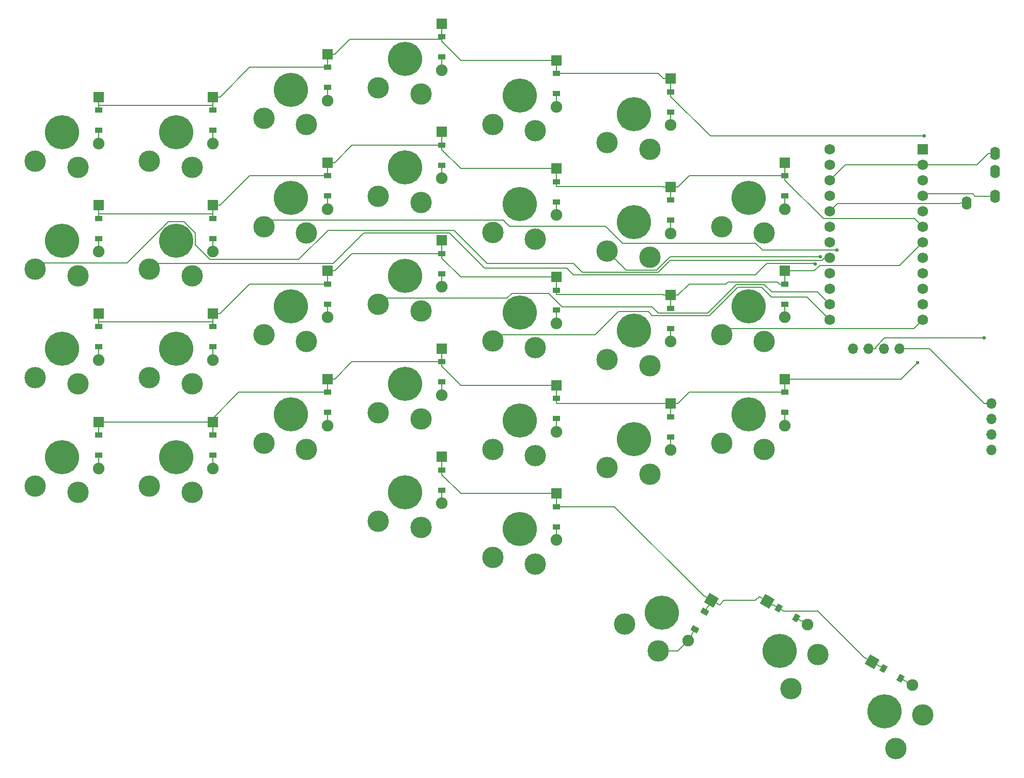
<source format=gbr>
%TF.GenerationSoftware,KiCad,Pcbnew,9.0.7*%
%TF.CreationDate,2026-01-28T22:46:33+01:00*%
%TF.ProjectId,board_left_finished,626f6172-645f-46c6-9566-745f66696e69,v1.0.0*%
%TF.SameCoordinates,Original*%
%TF.FileFunction,Copper,L1,Top*%
%TF.FilePolarity,Positive*%
%FSLAX46Y46*%
G04 Gerber Fmt 4.6, Leading zero omitted, Abs format (unit mm)*
G04 Created by KiCad (PCBNEW 9.0.7) date 2026-01-28 22:46:33*
%MOMM*%
%LPD*%
G01*
G04 APERTURE LIST*
G04 Aperture macros list*
%AMRotRect*
0 Rectangle, with rotation*
0 The origin of the aperture is its center*
0 $1 length*
0 $2 width*
0 $3 Rotation angle, in degrees counterclockwise*
0 Add horizontal line*
21,1,$1,$2,0,0,$3*%
G04 Aperture macros list end*
%TA.AperFunction,ComponentPad*%
%ADD10R,1.778000X1.778000*%
%TD*%
%TA.AperFunction,SMDPad,CuDef*%
%ADD11R,1.200000X0.900000*%
%TD*%
%TA.AperFunction,ComponentPad*%
%ADD12C,1.905000*%
%TD*%
%TA.AperFunction,ComponentPad*%
%ADD13O,1.700000X1.700000*%
%TD*%
%TA.AperFunction,ComponentPad*%
%ADD14RotRect,1.778000X1.778000X330.000000*%
%TD*%
%TA.AperFunction,SMDPad,CuDef*%
%ADD15RotRect,0.900000X1.200000X330.000000*%
%TD*%
%TA.AperFunction,ComponentPad*%
%ADD16RotRect,1.778000X1.778000X240.000000*%
%TD*%
%TA.AperFunction,SMDPad,CuDef*%
%ADD17RotRect,0.900000X1.200000X240.000000*%
%TD*%
%TA.AperFunction,ComponentPad*%
%ADD18R,1.752600X1.752600*%
%TD*%
%TA.AperFunction,ComponentPad*%
%ADD19C,1.752600*%
%TD*%
%TA.AperFunction,ComponentPad*%
%ADD20O,1.600000X2.200000*%
%TD*%
%TA.AperFunction,ComponentPad*%
%ADD21C,5.600000*%
%TD*%
%TA.AperFunction,ComponentPad*%
%ADD22C,3.500000*%
%TD*%
%TA.AperFunction,ViaPad*%
%ADD23C,0.600000*%
%TD*%
%TA.AperFunction,Conductor*%
%ADD24C,0.200000*%
%TD*%
G04 APERTURE END LIST*
D10*
%TO.P,D1,1*%
%TO.N,P18*%
X106000000Y-126440000D03*
D11*
X106000000Y-128600000D03*
%TO.P,D1,2*%
%TO.N,first_bottom*%
X106000000Y-131900000D03*
D12*
X106000000Y-134060000D03*
%TD*%
D10*
%TO.P,D10,1*%
%TO.N,P19*%
X143500000Y-101690000D03*
D11*
X143500000Y-103850000D03*
%TO.P,D10,2*%
%TO.N,third_home*%
X143500000Y-107150000D03*
D12*
X143500000Y-109310000D03*
%TD*%
D13*
%TO.P,I2COut,1*%
%TO.N,GND*%
X252300000Y-123440000D03*
%TO.P,I2COut,2*%
%TO.N,VCC*%
X252300000Y-125980000D03*
%TO.P,I2COut,3*%
%TO.N,P3*%
X252300000Y-128520000D03*
%TO.P,I2COut,4*%
%TO.N,P2*%
X252300000Y-131060000D03*
%TD*%
D10*
%TO.P,D8,1*%
%TO.N,P21*%
X124750000Y-73190000D03*
D11*
X124750000Y-75350000D03*
%TO.P,D8,2*%
%TO.N,second_num*%
X124750000Y-78650000D03*
D12*
X124750000Y-80810000D03*
%TD*%
D10*
%TO.P,D2,1*%
%TO.N,P19*%
X106000000Y-108690000D03*
D11*
X106000000Y-110850000D03*
%TO.P,D2,2*%
%TO.N,first_home*%
X106000000Y-114150000D03*
D12*
X106000000Y-116310000D03*
%TD*%
D10*
%TO.P,D18,1*%
%TO.N,P15*%
X181000000Y-138190000D03*
D11*
X181000000Y-140350000D03*
%TO.P,D18,2*%
%TO.N,fifth_mod*%
X181000000Y-143650000D03*
D12*
X181000000Y-145810000D03*
%TD*%
D14*
%TO.P,D32,1*%
%TO.N,P15*%
X232736043Y-165768200D03*
D15*
X234606658Y-166848200D03*
%TO.P,D32,2*%
%TO.N,big_thumb_cluster*%
X237464542Y-168498200D03*
D12*
X239335157Y-169578200D03*
%TD*%
D10*
%TO.P,D7,1*%
%TO.N,P20*%
X124750000Y-90940000D03*
D11*
X124750000Y-93100000D03*
%TO.P,D7,2*%
%TO.N,second_top*%
X124750000Y-96400000D03*
D12*
X124750000Y-98560000D03*
%TD*%
D10*
%TO.P,D28,1*%
%TO.N,P19*%
X218500000Y-101690000D03*
D11*
X218500000Y-103850000D03*
%TO.P,D28,2*%
%TO.N,seventh_home*%
X218500000Y-107150000D03*
D12*
X218500000Y-109310000D03*
%TD*%
D13*
%TO.P,DISP1,1*%
%TO.N,P2*%
X229645000Y-114450000D03*
%TO.P,DISP1,2*%
%TO.N,P3*%
X232185000Y-114450000D03*
%TO.P,DISP1,3*%
%TO.N,VCC*%
X234725000Y-114450000D03*
%TO.P,DISP1,4*%
%TO.N,GND*%
X237265000Y-114450000D03*
%TD*%
D10*
%TO.P,D13,1*%
%TO.N,P15*%
X162250000Y-132190000D03*
D11*
X162250000Y-134350000D03*
%TO.P,D13,2*%
%TO.N,fourth_mod*%
X162250000Y-137650000D03*
D12*
X162250000Y-139810000D03*
%TD*%
D16*
%TO.P,D30,1*%
%TO.N,P15*%
X206449200Y-155718343D03*
D17*
X205369200Y-157588958D03*
%TO.P,D30,2*%
%TO.N,small_thumb_cluster*%
X203719200Y-160446842D03*
D12*
X202639200Y-162317457D03*
%TD*%
D18*
%TO.P,MCU1,1*%
%TO.N,RAW*%
X241075000Y-81780000D03*
D19*
%TO.P,MCU1,2*%
%TO.N,GND*%
X241075000Y-84320000D03*
%TO.P,MCU1,3*%
%TO.N,RST*%
X241075000Y-86860000D03*
%TO.P,MCU1,4*%
%TO.N,VCC*%
X241075000Y-89400000D03*
%TO.P,MCU1,5*%
%TO.N,P21*%
X241075000Y-91940000D03*
%TO.P,MCU1,6*%
%TO.N,P20*%
X241075000Y-94480000D03*
%TO.P,MCU1,7*%
%TO.N,P19*%
X241075000Y-97020000D03*
%TO.P,MCU1,8*%
%TO.N,P18*%
X241075000Y-99560000D03*
%TO.P,MCU1,9*%
%TO.N,P15*%
X241075000Y-102100000D03*
%TO.P,MCU1,10*%
%TO.N,P14*%
X241075000Y-104640000D03*
%TO.P,MCU1,11*%
%TO.N,P16*%
X241075000Y-107180000D03*
%TO.P,MCU1,12*%
%TO.N,P10*%
X241075000Y-109720000D03*
%TO.P,MCU1,13*%
%TO.N,P1*%
X225835000Y-81780000D03*
%TO.P,MCU1,14*%
%TO.N,P0*%
X225835000Y-84320000D03*
%TO.P,MCU1,15*%
%TO.N,GND*%
X225835000Y-86860000D03*
%TO.P,MCU1,16*%
X225835000Y-89400000D03*
%TO.P,MCU1,17*%
%TO.N,P2*%
X225835000Y-91940000D03*
%TO.P,MCU1,18*%
%TO.N,P3*%
X225835000Y-94480000D03*
%TO.P,MCU1,19*%
%TO.N,P4*%
X225835000Y-97020000D03*
%TO.P,MCU1,20*%
%TO.N,P5*%
X225835000Y-99560000D03*
%TO.P,MCU1,21*%
%TO.N,P6*%
X225835000Y-102100000D03*
%TO.P,MCU1,22*%
%TO.N,P7*%
X225835000Y-104640000D03*
%TO.P,MCU1,23*%
%TO.N,P8*%
X225835000Y-107180000D03*
%TO.P,MCU1,24*%
%TO.N,P9*%
X225835000Y-109720000D03*
%TD*%
D10*
%TO.P,D17,1*%
%TO.N,P21*%
X162250000Y-61190000D03*
D11*
X162250000Y-63350000D03*
%TO.P,D17,2*%
%TO.N,fourth_num*%
X162250000Y-66650000D03*
D12*
X162250000Y-68810000D03*
%TD*%
D10*
%TO.P,D22,1*%
%TO.N,P21*%
X181000000Y-67190000D03*
D11*
X181000000Y-69350000D03*
%TO.P,D22,2*%
%TO.N,fifth_num*%
X181000000Y-72650000D03*
D12*
X181000000Y-74810000D03*
%TD*%
D10*
%TO.P,D27,1*%
%TO.N,P18*%
X218500000Y-119440000D03*
D11*
X218500000Y-121600000D03*
%TO.P,D27,2*%
%TO.N,seventh_bottom*%
X218500000Y-124900000D03*
D12*
X218500000Y-127060000D03*
%TD*%
D10*
%TO.P,D5,1*%
%TO.N,P18*%
X124750000Y-126440000D03*
D11*
X124750000Y-128600000D03*
%TO.P,D5,2*%
%TO.N,second_bottom*%
X124750000Y-131900000D03*
D12*
X124750000Y-134060000D03*
%TD*%
D10*
%TO.P,D3,1*%
%TO.N,P20*%
X106000000Y-90940000D03*
D11*
X106000000Y-93100000D03*
%TO.P,D3,2*%
%TO.N,first_top*%
X106000000Y-96400000D03*
D12*
X106000000Y-98560000D03*
%TD*%
D10*
%TO.P,D15,1*%
%TO.N,P19*%
X162250000Y-96690000D03*
D11*
X162250000Y-98850000D03*
%TO.P,D15,2*%
%TO.N,fourth_home*%
X162250000Y-102150000D03*
D12*
X162250000Y-104310000D03*
%TD*%
D20*
%TO.P,TRRS1,2*%
%TO.N,GND*%
X252900000Y-82450000D03*
%TO.P,TRRS1,3*%
%TO.N,P3*%
X252900000Y-85450000D03*
%TO.P,TRRS1,4*%
%TO.N,VCC*%
X252900000Y-89450000D03*
%TO.P,TRRS1,5*%
%TO.N,P2*%
X248300000Y-90550000D03*
%TD*%
D10*
%TO.P,D20,1*%
%TO.N,P19*%
X181000000Y-102690000D03*
D11*
X181000000Y-104850000D03*
%TO.P,D20,2*%
%TO.N,fifth_home*%
X181000000Y-108150000D03*
D12*
X181000000Y-110310000D03*
%TD*%
D10*
%TO.P,D16,1*%
%TO.N,P20*%
X162250000Y-78940000D03*
D11*
X162250000Y-81100000D03*
%TO.P,D16,2*%
%TO.N,fourth_top*%
X162250000Y-84400000D03*
D12*
X162250000Y-86560000D03*
%TD*%
D10*
%TO.P,D9,1*%
%TO.N,P18*%
X143500000Y-119440000D03*
D11*
X143500000Y-121600000D03*
%TO.P,D9,2*%
%TO.N,third_bottom*%
X143500000Y-124900000D03*
D12*
X143500000Y-127060000D03*
%TD*%
D10*
%TO.P,D4,1*%
%TO.N,P21*%
X106000000Y-73190000D03*
D11*
X106000000Y-75350000D03*
%TO.P,D4,2*%
%TO.N,first_num*%
X106000000Y-78650000D03*
D12*
X106000000Y-80810000D03*
%TD*%
D10*
%TO.P,D19,1*%
%TO.N,P18*%
X181000000Y-120440000D03*
D11*
X181000000Y-122600000D03*
%TO.P,D19,2*%
%TO.N,fifth_bottom*%
X181000000Y-125900000D03*
D12*
X181000000Y-128060000D03*
%TD*%
D10*
%TO.P,D11,1*%
%TO.N,P20*%
X143500000Y-83940000D03*
D11*
X143500000Y-86100000D03*
%TO.P,D11,2*%
%TO.N,third_top*%
X143500000Y-89400000D03*
D12*
X143500000Y-91560000D03*
%TD*%
D10*
%TO.P,D21,1*%
%TO.N,P20*%
X181000000Y-84940000D03*
D11*
X181000000Y-87100000D03*
%TO.P,D21,2*%
%TO.N,fifth_top*%
X181000000Y-90400000D03*
D12*
X181000000Y-92560000D03*
%TD*%
D10*
%TO.P,D29,1*%
%TO.N,P20*%
X218500000Y-83940000D03*
D11*
X218500000Y-86100000D03*
%TO.P,D29,2*%
%TO.N,seventh_top*%
X218500000Y-89400000D03*
D12*
X218500000Y-91560000D03*
%TD*%
D10*
%TO.P,D24,1*%
%TO.N,P19*%
X199750000Y-105690000D03*
D11*
X199750000Y-107850000D03*
%TO.P,D24,2*%
%TO.N,sixth_home*%
X199750000Y-111150000D03*
D12*
X199750000Y-113310000D03*
%TD*%
D10*
%TO.P,D6,1*%
%TO.N,P19*%
X124750000Y-108690000D03*
D11*
X124750000Y-110850000D03*
%TO.P,D6,2*%
%TO.N,second_home*%
X124750000Y-114150000D03*
D12*
X124750000Y-116310000D03*
%TD*%
D10*
%TO.P,D26,1*%
%TO.N,P21*%
X199750000Y-70190000D03*
D11*
X199750000Y-72350000D03*
%TO.P,D26,2*%
%TO.N,sixth_num*%
X199750000Y-75650000D03*
D12*
X199750000Y-77810000D03*
%TD*%
D10*
%TO.P,D23,1*%
%TO.N,P18*%
X199750000Y-123440000D03*
D11*
X199750000Y-125600000D03*
%TO.P,D23,2*%
%TO.N,sixth_bottom*%
X199750000Y-128900000D03*
D12*
X199750000Y-131060000D03*
%TD*%
D10*
%TO.P,D25,1*%
%TO.N,P20*%
X199750000Y-87940000D03*
D11*
X199750000Y-90100000D03*
%TO.P,D25,2*%
%TO.N,sixth_top*%
X199750000Y-93400000D03*
D12*
X199750000Y-95560000D03*
%TD*%
D10*
%TO.P,D12,1*%
%TO.N,P21*%
X143500000Y-66190000D03*
D11*
X143500000Y-68350000D03*
%TO.P,D12,2*%
%TO.N,third_num*%
X143500000Y-71650000D03*
D12*
X143500000Y-73810000D03*
%TD*%
D14*
%TO.P,D31,1*%
%TO.N,P15*%
X215588743Y-155868200D03*
D15*
X217459358Y-156948200D03*
%TO.P,D31,2*%
%TO.N,medium_thumb_cluster*%
X220317242Y-158598200D03*
D12*
X222187857Y-159678200D03*
%TD*%
D10*
%TO.P,D14,1*%
%TO.N,P18*%
X162250000Y-114440000D03*
D11*
X162250000Y-116600000D03*
%TO.P,D14,2*%
%TO.N,fourth_bottom*%
X162250000Y-119900000D03*
D12*
X162250000Y-122060000D03*
%TD*%
D21*
%TO.P,S29,*%
%TO.N,*%
X212500000Y-89750000D03*
D22*
%TO.P,S29,1*%
%TO.N,P10*%
X208100000Y-94450000D03*
%TO.P,S29,2*%
%TO.N,seventh_top*%
X215100000Y-95500000D03*
%TD*%
D21*
%TO.P,S18,*%
%TO.N,*%
X175000000Y-144000000D03*
D22*
%TO.P,S18,1*%
%TO.N,P9*%
X170600000Y-148700000D03*
%TO.P,S18,2*%
%TO.N,fifth_mod*%
X177600000Y-149750000D03*
%TD*%
D21*
%TO.P,S31,*%
%TO.N,*%
X217620400Y-163969400D03*
D22*
%TO.P,S31,1*%
%TO.N,P10*%
X219490719Y-170129912D03*
%TO.P,S31,2*%
%TO.N,medium_thumb_cluster*%
X223900046Y-164592734D03*
%TD*%
D21*
%TO.P,S4,*%
%TO.N,*%
X100000000Y-79000000D03*
D22*
%TO.P,S4,1*%
%TO.N,P5*%
X95600000Y-83700000D03*
%TO.P,S4,2*%
%TO.N,first_num*%
X102600000Y-84750000D03*
%TD*%
D21*
%TO.P,S9,*%
%TO.N,*%
X137500000Y-125250000D03*
D22*
%TO.P,S9,1*%
%TO.N,P7*%
X133100000Y-129950000D03*
%TO.P,S9,2*%
%TO.N,third_bottom*%
X140100000Y-131000000D03*
%TD*%
D21*
%TO.P,S22,*%
%TO.N,*%
X175000000Y-73000000D03*
D22*
%TO.P,S22,1*%
%TO.N,P9*%
X170600000Y-77700000D03*
%TO.P,S22,2*%
%TO.N,fifth_num*%
X177600000Y-78750000D03*
%TD*%
D21*
%TO.P,S10,*%
%TO.N,*%
X137500000Y-107500000D03*
D22*
%TO.P,S10,1*%
%TO.N,P7*%
X133100000Y-112200000D03*
%TO.P,S10,2*%
%TO.N,third_home*%
X140100000Y-113250000D03*
%TD*%
D21*
%TO.P,S24,*%
%TO.N,*%
X193750000Y-111500000D03*
D22*
%TO.P,S24,1*%
%TO.N,P4*%
X189350000Y-116200000D03*
%TO.P,S24,2*%
%TO.N,sixth_home*%
X196350000Y-117250000D03*
%TD*%
D21*
%TO.P,S20,*%
%TO.N,*%
X175000000Y-108500000D03*
D22*
%TO.P,S20,1*%
%TO.N,P9*%
X170600000Y-113200000D03*
%TO.P,S20,2*%
%TO.N,fifth_home*%
X177600000Y-114250000D03*
%TD*%
D21*
%TO.P,S7,*%
%TO.N,*%
X118750000Y-96750000D03*
D22*
%TO.P,S7,1*%
%TO.N,P6*%
X114350000Y-101450000D03*
%TO.P,S7,2*%
%TO.N,second_top*%
X121350000Y-102500000D03*
%TD*%
D21*
%TO.P,S8,*%
%TO.N,*%
X118750000Y-79000000D03*
D22*
%TO.P,S8,1*%
%TO.N,P6*%
X114350000Y-83700000D03*
%TO.P,S8,2*%
%TO.N,second_num*%
X121350000Y-84750000D03*
%TD*%
D21*
%TO.P,S25,*%
%TO.N,*%
X193750000Y-93750000D03*
D22*
%TO.P,S25,1*%
%TO.N,P4*%
X189350000Y-98450000D03*
%TO.P,S25,2*%
%TO.N,sixth_top*%
X196350000Y-99500000D03*
%TD*%
D21*
%TO.P,S26,*%
%TO.N,*%
X193750000Y-76000000D03*
D22*
%TO.P,S26,1*%
%TO.N,P4*%
X189350000Y-80700000D03*
%TO.P,S26,2*%
%TO.N,sixth_num*%
X196350000Y-81750000D03*
%TD*%
D21*
%TO.P,S15,*%
%TO.N,*%
X156250000Y-102500000D03*
D22*
%TO.P,S15,1*%
%TO.N,P8*%
X151850000Y-107200000D03*
%TO.P,S15,2*%
%TO.N,fourth_home*%
X158850000Y-108250000D03*
%TD*%
D21*
%TO.P,S12,*%
%TO.N,*%
X137500000Y-72000000D03*
D22*
%TO.P,S12,1*%
%TO.N,P7*%
X133100000Y-76700000D03*
%TO.P,S12,2*%
%TO.N,third_num*%
X140100000Y-77750000D03*
%TD*%
D21*
%TO.P,S21,*%
%TO.N,*%
X175000000Y-90750000D03*
D22*
%TO.P,S21,1*%
%TO.N,P9*%
X170600000Y-95450000D03*
%TO.P,S21,2*%
%TO.N,fifth_top*%
X177600000Y-96500000D03*
%TD*%
D21*
%TO.P,S28,*%
%TO.N,*%
X212500000Y-107500000D03*
D22*
%TO.P,S28,1*%
%TO.N,P10*%
X208100000Y-112200000D03*
%TO.P,S28,2*%
%TO.N,seventh_home*%
X215100000Y-113250000D03*
%TD*%
D21*
%TO.P,S17,*%
%TO.N,*%
X156250000Y-67000000D03*
D22*
%TO.P,S17,1*%
%TO.N,P8*%
X151850000Y-71700000D03*
%TO.P,S17,2*%
%TO.N,fourth_num*%
X158850000Y-72750000D03*
%TD*%
D21*
%TO.P,S1,*%
%TO.N,*%
X100000000Y-132250000D03*
D22*
%TO.P,S1,1*%
%TO.N,P5*%
X95600000Y-136950000D03*
%TO.P,S1,2*%
%TO.N,first_bottom*%
X102600000Y-138000000D03*
%TD*%
D21*
%TO.P,S14,*%
%TO.N,*%
X156250000Y-120250000D03*
D22*
%TO.P,S14,1*%
%TO.N,P8*%
X151850000Y-124950000D03*
%TO.P,S14,2*%
%TO.N,fourth_bottom*%
X158850000Y-126000000D03*
%TD*%
D21*
%TO.P,S19,*%
%TO.N,*%
X175000000Y-126250000D03*
D22*
%TO.P,S19,1*%
%TO.N,P9*%
X170600000Y-130950000D03*
%TO.P,S19,2*%
%TO.N,fifth_bottom*%
X177600000Y-132000000D03*
%TD*%
D21*
%TO.P,S5,*%
%TO.N,*%
X118750000Y-132250000D03*
D22*
%TO.P,S5,1*%
%TO.N,P6*%
X114350000Y-136950000D03*
%TO.P,S5,2*%
%TO.N,second_bottom*%
X121350000Y-138000000D03*
%TD*%
D21*
%TO.P,S11,*%
%TO.N,*%
X137500000Y-89750000D03*
D22*
%TO.P,S11,1*%
%TO.N,P7*%
X133100000Y-94450000D03*
%TO.P,S11,2*%
%TO.N,third_top*%
X140100000Y-95500000D03*
%TD*%
D21*
%TO.P,S13,*%
%TO.N,*%
X156250000Y-138000000D03*
D22*
%TO.P,S13,1*%
%TO.N,P8*%
X151850000Y-142700000D03*
%TO.P,S13,2*%
%TO.N,fourth_mod*%
X158850000Y-143750000D03*
%TD*%
D21*
%TO.P,S3,*%
%TO.N,*%
X100000000Y-96750000D03*
D22*
%TO.P,S3,1*%
%TO.N,P5*%
X95600000Y-101450000D03*
%TO.P,S3,2*%
%TO.N,first_top*%
X102600000Y-102500000D03*
%TD*%
D21*
%TO.P,S6,*%
%TO.N,*%
X118750000Y-114500000D03*
D22*
%TO.P,S6,1*%
%TO.N,P6*%
X114350000Y-119200000D03*
%TO.P,S6,2*%
%TO.N,second_home*%
X121350000Y-120250000D03*
%TD*%
D21*
%TO.P,S27,*%
%TO.N,*%
X212500000Y-125250000D03*
D22*
%TO.P,S27,1*%
%TO.N,P10*%
X208100000Y-129950000D03*
%TO.P,S27,2*%
%TO.N,seventh_bottom*%
X215100000Y-131000000D03*
%TD*%
D21*
%TO.P,S32,*%
%TO.N,*%
X234767700Y-173869400D03*
D22*
%TO.P,S32,1*%
%TO.N,P7*%
X236638019Y-180029912D03*
%TO.P,S32,2*%
%TO.N,big_thumb_cluster*%
X241047346Y-174492734D03*
%TD*%
D21*
%TO.P,S2,*%
%TO.N,*%
X100000000Y-114500000D03*
D22*
%TO.P,S2,1*%
%TO.N,P5*%
X95600000Y-119200000D03*
%TO.P,S2,2*%
%TO.N,first_home*%
X102600000Y-120250000D03*
%TD*%
D21*
%TO.P,S30,*%
%TO.N,*%
X198348100Y-157750000D03*
D22*
%TO.P,S30,1*%
%TO.N,P4*%
X192187588Y-159620319D03*
%TO.P,S30,2*%
%TO.N,small_thumb_cluster*%
X197724766Y-164029646D03*
%TD*%
D21*
%TO.P,S16,*%
%TO.N,*%
X156250000Y-84750000D03*
D22*
%TO.P,S16,1*%
%TO.N,P8*%
X151850000Y-89450000D03*
%TO.P,S16,2*%
%TO.N,fourth_top*%
X158850000Y-90500000D03*
%TD*%
D21*
%TO.P,S23,*%
%TO.N,*%
X193750000Y-129250000D03*
D22*
%TO.P,S23,1*%
%TO.N,P4*%
X189350000Y-133950000D03*
%TO.P,S23,2*%
%TO.N,sixth_bottom*%
X196350000Y-135000000D03*
%TD*%
D23*
%TO.N,P6*%
X223420500Y-100582300D03*
%TO.N,P7*%
X227000300Y-98290000D03*
%TO.N,P4*%
X224304300Y-99358700D03*
%TO.N,P18*%
X240254900Y-116738000D03*
%TO.N,P21*%
X241281800Y-79613800D03*
%TO.N,P3*%
X251137500Y-112714700D03*
%TD*%
D24*
%TO.N,P5*%
X164250900Y-95044800D02*
X143605300Y-95044800D01*
X197704500Y-101956300D02*
X185307800Y-101956300D01*
X224552300Y-99961600D02*
X199699200Y-99961600D01*
X143605300Y-95044800D02*
X138798300Y-99851800D01*
X117465300Y-93648300D02*
X110670100Y-100443500D01*
X121851700Y-95465200D02*
X120034800Y-93648300D01*
X224953800Y-99560100D02*
X224552300Y-99961600D01*
X138798300Y-99851800D02*
X124228500Y-99851800D01*
X169660100Y-100454000D02*
X164250900Y-95044800D01*
X225835000Y-99560000D02*
X224953800Y-99560000D01*
X183805500Y-100454000D02*
X169660100Y-100454000D01*
X185307800Y-101956300D02*
X183805500Y-100454000D01*
X120034800Y-93648300D02*
X117465300Y-93648300D01*
X199699200Y-99961600D02*
X197704500Y-101956300D01*
X121851700Y-97475000D02*
X121851700Y-95465200D01*
X96606500Y-100443500D02*
X95600000Y-101450000D01*
X110670100Y-100443500D02*
X96606500Y-100443500D01*
X124228500Y-99851800D02*
X121851700Y-97475000D01*
X224953800Y-99560000D02*
X224953800Y-99560100D01*
%TO.N,first_bottom*%
X106000000Y-131900000D02*
X106000000Y-134060000D01*
%TO.N,GND*%
X241075000Y-84320000D02*
X249928300Y-84320000D01*
X252300000Y-123440000D02*
X251148300Y-123440000D01*
X225835000Y-86860000D02*
X228375000Y-84320000D01*
X237265000Y-114450000D02*
X238416700Y-114450000D01*
X249928300Y-84320000D02*
X251798300Y-82450000D01*
X252900000Y-82450000D02*
X251798300Y-82450000D01*
X242158300Y-114450000D02*
X238416700Y-114450000D01*
X251148300Y-123440000D02*
X242158300Y-114450000D01*
X228375000Y-84320000D02*
X241075000Y-84320000D01*
%TO.N,first_home*%
X106000000Y-114150000D02*
X106000000Y-116310000D01*
%TO.N,first_top*%
X106000000Y-96400000D02*
X106000000Y-98560000D01*
%TO.N,first_num*%
X106000000Y-80810000D02*
X106000000Y-78650000D01*
%TO.N,P6*%
X114350000Y-101450000D02*
X115351700Y-100448300D01*
X223503500Y-100582300D02*
X223420500Y-100582300D01*
X182742200Y-101255900D02*
X183853500Y-102367200D01*
X183853500Y-102367200D02*
X213657600Y-102367200D01*
X215525500Y-100499300D02*
X223337500Y-100499300D01*
X169305900Y-101255900D02*
X182742200Y-101255900D01*
X163549300Y-95499300D02*
X169305900Y-101255900D01*
X149442200Y-95499300D02*
X163549300Y-95499300D01*
X223420500Y-100582300D02*
X223503500Y-100582300D01*
X144493200Y-100448300D02*
X149442200Y-95499300D01*
X213657600Y-102367200D02*
X215525500Y-100499300D01*
X115351700Y-100448300D02*
X144493200Y-100448300D01*
X223337500Y-100499300D02*
X223420500Y-100582300D01*
%TO.N,second_bottom*%
X124750000Y-131900000D02*
X124750000Y-134060000D01*
%TO.N,second_home*%
X124750000Y-116310000D02*
X124750000Y-114150000D01*
%TO.N,second_top*%
X124750000Y-96400000D02*
X124750000Y-98560000D01*
%TO.N,second_num*%
X124750000Y-78650000D02*
X124750000Y-80810000D01*
%TO.N,P7*%
X213665900Y-97159500D02*
X214796400Y-98290000D01*
X173340100Y-94372300D02*
X189090100Y-94372300D01*
X134177100Y-93372900D02*
X172340700Y-93372900D01*
X133100000Y-94450000D02*
X134177100Y-93372900D01*
X191877300Y-97159500D02*
X213665900Y-97159500D01*
X189090100Y-94372300D02*
X191877300Y-97159500D01*
X172340700Y-93372900D02*
X173340100Y-94372300D01*
X214796400Y-98290000D02*
X227000300Y-98290000D01*
%TO.N,third_bottom*%
X143500000Y-124900000D02*
X143500000Y-127060000D01*
%TO.N,third_home*%
X143500000Y-107150000D02*
X143500000Y-109310000D01*
%TO.N,third_top*%
X143500000Y-89400000D02*
X143500000Y-91560000D01*
%TO.N,third_num*%
X143500000Y-71650000D02*
X143500000Y-73810000D01*
%TO.N,P8*%
X210538700Y-103949800D02*
X215095000Y-103949800D01*
X205886800Y-108601700D02*
X210538700Y-103949800D01*
X215095000Y-103949800D02*
X216302900Y-105157700D01*
X152856500Y-106193500D02*
X172897700Y-106193500D01*
X172897700Y-106193500D02*
X173726200Y-105365000D01*
X151850000Y-107200000D02*
X152856500Y-106193500D01*
X197738200Y-108601700D02*
X205886800Y-108601700D01*
X216302900Y-105157700D02*
X223812700Y-105157700D01*
X173726200Y-105365000D02*
X179738900Y-105365000D01*
X223812700Y-105157700D02*
X225835000Y-107180000D01*
X181980500Y-107606600D02*
X196743100Y-107606600D01*
X196743100Y-107606600D02*
X197738200Y-108601700D01*
X179738900Y-105365000D02*
X181980500Y-107606600D01*
%TO.N,fourth_mod*%
X162250000Y-137650000D02*
X162250000Y-139810000D01*
%TO.N,fourth_bottom*%
X162250000Y-119900000D02*
X162250000Y-122060000D01*
%TO.N,fourth_home*%
X162250000Y-102150000D02*
X162250000Y-104310000D01*
%TO.N,fourth_top*%
X162250000Y-84400000D02*
X162250000Y-86560000D01*
%TO.N,fourth_num*%
X162250000Y-66650000D02*
X162250000Y-68810000D01*
%TO.N,P9*%
X222113700Y-105998700D02*
X225835000Y-109720000D01*
X191178700Y-108396300D02*
X196078300Y-108396300D01*
X187391400Y-112183600D02*
X191178700Y-108396300D01*
X170600000Y-113200000D02*
X171616400Y-112183600D01*
X210733100Y-104394100D02*
X214638300Y-104394100D01*
X196685400Y-109003400D02*
X206123800Y-109003400D01*
X216242900Y-105998700D02*
X222113700Y-105998700D01*
X206123800Y-109003400D02*
X210733100Y-104394100D01*
X214638300Y-104394100D02*
X216242900Y-105998700D01*
X196078300Y-108396300D02*
X196685400Y-109003400D01*
X171616400Y-112183600D02*
X187391400Y-112183600D01*
%TO.N,fifth_mod*%
X181000000Y-143650000D02*
X181000000Y-145810000D01*
%TO.N,fifth_bottom*%
X181000000Y-125900000D02*
X181000000Y-128060000D01*
%TO.N,fifth_home*%
X181000000Y-110310000D02*
X181000000Y-108150000D01*
%TO.N,fifth_top*%
X181000000Y-90400000D02*
X181000000Y-92560000D01*
%TO.N,fifth_num*%
X181000000Y-72650000D02*
X181000000Y-74810000D01*
%TO.N,P4*%
X197439800Y-101553100D02*
X192453100Y-101553100D01*
X199634200Y-99358700D02*
X197439800Y-101553100D01*
X192453100Y-101553100D02*
X189350000Y-98450000D01*
X224304300Y-99358700D02*
X199634200Y-99358700D01*
%TO.N,sixth_bottom*%
X199750000Y-128900000D02*
X199750000Y-131060000D01*
%TO.N,sixth_home*%
X199750000Y-111150000D02*
X199750000Y-113310000D01*
%TO.N,sixth_top*%
X199750000Y-93400000D02*
X199750000Y-95560000D01*
%TO.N,sixth_num*%
X199750000Y-75650000D02*
X199750000Y-77810000D01*
%TO.N,P10*%
X208100000Y-112200000D02*
X209157500Y-111142500D01*
X209157500Y-111142500D02*
X239652500Y-111142500D01*
X239652500Y-111142500D02*
X241075000Y-109720000D01*
%TO.N,seventh_bottom*%
X218500000Y-124900000D02*
X218500000Y-127060000D01*
%TO.N,seventh_home*%
X218500000Y-107150000D02*
X218500000Y-109310000D01*
%TO.N,seventh_top*%
X218500000Y-89400000D02*
X218500000Y-91560000D01*
%TO.N,small_thumb_cluster*%
X197724800Y-164029600D02*
X200927100Y-164029600D01*
X203222500Y-161307100D02*
X203222500Y-161734200D01*
X203222500Y-161734200D02*
X202639200Y-162317500D01*
X203719200Y-160446800D02*
X203222500Y-161307100D01*
X200927100Y-164029600D02*
X202639200Y-162317500D01*
%TO.N,medium_thumb_cluster*%
X220317200Y-158598200D02*
X221177500Y-159094900D01*
X221177500Y-159094900D02*
X221604600Y-159094900D01*
X221604600Y-159094900D02*
X222187900Y-159678200D01*
%TO.N,big_thumb_cluster*%
X239335200Y-169578200D02*
X238908100Y-169578200D01*
X237464500Y-168498200D02*
X238324800Y-168994900D01*
X238908100Y-169578200D02*
X238324800Y-168994900D01*
%TO.N,P18*%
X124154700Y-126440000D02*
X123559300Y-126440000D01*
X106000000Y-128600000D02*
X106000000Y-126440000D01*
X162250000Y-116600000D02*
X162250000Y-114440000D01*
X240254900Y-116738000D02*
X237552900Y-119440000D01*
X237552900Y-119440000D02*
X218500000Y-119440000D01*
X124750000Y-126440000D02*
X124154700Y-126440000D01*
X165338300Y-120440000D02*
X162250000Y-117351700D01*
X124154700Y-126440000D02*
X128994700Y-121600000D01*
X199750000Y-123440000D02*
X181088300Y-123440000D01*
X144690700Y-119440000D02*
X147530700Y-116600000D01*
X199750000Y-123440000D02*
X200940700Y-123440000D01*
X181000000Y-120440000D02*
X165338300Y-120440000D01*
X181000000Y-122600000D02*
X181000000Y-120440000D01*
X124750000Y-128600000D02*
X124750000Y-126440000D01*
X200940700Y-123440000D02*
X202780700Y-121600000D01*
X162250000Y-116600000D02*
X162250000Y-117351700D01*
X202780700Y-121600000D02*
X218500000Y-121600000D01*
X143500000Y-119440000D02*
X144690700Y-119440000D01*
X106000000Y-126440000D02*
X123559300Y-126440000D01*
X147530700Y-116600000D02*
X162250000Y-116600000D01*
X218500000Y-119440000D02*
X218500000Y-121600000D01*
X143500000Y-121600000D02*
X143500000Y-119440000D01*
X128994700Y-121600000D02*
X143500000Y-121600000D01*
X181088300Y-123440000D02*
X181000000Y-123351700D01*
X199750000Y-125600000D02*
X199750000Y-123440000D01*
X181000000Y-122600000D02*
X181000000Y-123351700D01*
%TO.N,P19*%
X218500000Y-101690000D02*
X219690700Y-101690000D01*
X237265000Y-100830000D02*
X241075000Y-97020000D01*
X181000000Y-104850000D02*
X181000000Y-102690000D01*
X106000000Y-110098300D02*
X106000000Y-108690000D01*
X143500000Y-103850000D02*
X143500000Y-101690000D01*
X219690700Y-101690000D02*
X223329600Y-101690000D01*
X124750000Y-108690000D02*
X125940700Y-108690000D01*
X147530700Y-98850000D02*
X162250000Y-98850000D01*
X143500000Y-101690000D02*
X144690700Y-101690000D01*
X218500000Y-103850000D02*
X217598300Y-103850000D01*
X144690700Y-101690000D02*
X147530700Y-98850000D01*
X217598300Y-103850000D02*
X217253900Y-103505600D01*
X198559300Y-105690000D02*
X198471000Y-105601700D01*
X125940700Y-108690000D02*
X130780700Y-103850000D01*
X124750000Y-110098300D02*
X106000000Y-110098300D01*
X124750000Y-110850000D02*
X124750000Y-110098300D01*
X106000000Y-110850000D02*
X106000000Y-110098300D01*
X198471000Y-105601700D02*
X181000000Y-105601700D01*
X224189600Y-100830000D02*
X237265000Y-100830000D01*
X202782200Y-103848500D02*
X200940700Y-105690000D01*
X162250000Y-96690000D02*
X162250000Y-98850000D01*
X199750000Y-107850000D02*
X199750000Y-105690000D01*
X209132400Y-103505600D02*
X208954300Y-103683700D01*
X208789500Y-103848500D02*
X202782200Y-103848500D01*
X208954300Y-103683700D02*
X208789500Y-103848500D01*
X208954300Y-103683700D02*
X208789500Y-103848500D01*
X130780700Y-103850000D02*
X143500000Y-103850000D01*
X218500000Y-103850000D02*
X218500000Y-101690000D01*
X199750000Y-105690000D02*
X198559300Y-105690000D01*
X181000000Y-104850000D02*
X181000000Y-105601700D01*
X223329600Y-101690000D02*
X224189600Y-100830000D01*
X199750000Y-105690000D02*
X200940700Y-105690000D01*
X165338300Y-102690000D02*
X162250000Y-99601700D01*
X162250000Y-98850000D02*
X162250000Y-99601700D01*
X217253900Y-103505600D02*
X209132400Y-103505600D01*
X124750000Y-110098300D02*
X124750000Y-108690000D01*
X181000000Y-102690000D02*
X165338300Y-102690000D01*
%TO.N,P20*%
X181000000Y-84940000D02*
X181000000Y-87100000D01*
X199750000Y-90100000D02*
X199750000Y-87940000D01*
X218500000Y-86100000D02*
X218500000Y-83940000D01*
X200940700Y-87940000D02*
X202780700Y-86100000D01*
X143500000Y-86100000D02*
X143500000Y-83940000D01*
X181000000Y-84940000D02*
X165338300Y-84940000D01*
X124750000Y-90940000D02*
X125940700Y-90940000D01*
X199750000Y-87940000D02*
X200940700Y-87940000D01*
X241075000Y-94480000D02*
X239744800Y-93149800D01*
X181000000Y-87851700D02*
X198471000Y-87851700D01*
X162250000Y-81100000D02*
X162250000Y-78940000D01*
X165338300Y-84940000D02*
X162250000Y-81851700D01*
X162250000Y-81100000D02*
X147530700Y-81100000D01*
X224798100Y-93149800D02*
X218500000Y-86851700D01*
X125940700Y-90940000D02*
X130780700Y-86100000D01*
X239744800Y-93149800D02*
X224798100Y-93149800D01*
X218500000Y-86100000D02*
X218500000Y-86851700D01*
X147530700Y-81100000D02*
X144690700Y-83940000D01*
X143500000Y-83940000D02*
X144690700Y-83940000D01*
X124750000Y-90940000D02*
X124750000Y-92348300D01*
X106000000Y-93100000D02*
X106000000Y-92348300D01*
X181000000Y-87100000D02*
X181000000Y-87851700D01*
X106000000Y-92348300D02*
X106000000Y-90940000D01*
X202780700Y-86100000D02*
X218500000Y-86100000D01*
X199750000Y-87940000D02*
X198559300Y-87940000D01*
X124750000Y-93100000D02*
X124750000Y-92348300D01*
X130780700Y-86100000D02*
X143500000Y-86100000D01*
X106000000Y-92348300D02*
X124750000Y-92348300D01*
X198471000Y-87851700D02*
X198559300Y-87940000D01*
X162250000Y-81100000D02*
X162250000Y-81851700D01*
%TO.N,P21*%
X199750000Y-72350000D02*
X199750000Y-73101700D01*
X125940700Y-73190000D02*
X130780700Y-68350000D01*
X130780700Y-68350000D02*
X143500000Y-68350000D01*
X124750000Y-73190000D02*
X125940700Y-73190000D01*
X124750000Y-75350000D02*
X124750000Y-74598300D01*
X181000000Y-67190000D02*
X165338300Y-67190000D01*
X106000000Y-74598300D02*
X106000000Y-73190000D01*
X162250000Y-63725000D02*
X162250000Y-64101700D01*
X199750000Y-70190000D02*
X199154700Y-70190000D01*
X162250000Y-63725000D02*
X147155700Y-63725000D01*
X197719300Y-69350000D02*
X198559300Y-70190000D01*
X143500000Y-66190000D02*
X143500000Y-68350000D01*
X143500000Y-66190000D02*
X144690700Y-66190000D01*
X181000000Y-69350000D02*
X181000000Y-67190000D01*
X124750000Y-74598300D02*
X124750000Y-73190000D01*
X106000000Y-75350000D02*
X106000000Y-74598300D01*
X199154700Y-70190000D02*
X198559300Y-70190000D01*
X241281800Y-79613800D02*
X206262100Y-79613800D01*
X147155700Y-63725000D02*
X144690700Y-66190000D01*
X162250000Y-63350000D02*
X162250000Y-63725000D01*
X199154700Y-70190000D02*
X199750000Y-70785300D01*
X162250000Y-63350000D02*
X162250000Y-61190000D01*
X206262100Y-79613800D02*
X199750000Y-73101700D01*
X199750000Y-70785300D02*
X199750000Y-72350000D01*
X181000000Y-69350000D02*
X197719300Y-69350000D01*
X106000000Y-74598300D02*
X124750000Y-74598300D01*
X165338300Y-67190000D02*
X162250000Y-64101700D01*
%TO.N,P15*%
X217459400Y-156948200D02*
X218319600Y-157444900D01*
X206449200Y-156145400D02*
X206449200Y-155718300D01*
X215588700Y-155868200D02*
X214281100Y-155113300D01*
X190528200Y-140350000D02*
X205141600Y-154963400D01*
X165338300Y-138190000D02*
X162250000Y-135101700D01*
X162250000Y-134350000D02*
X162250000Y-135101700D01*
X234281600Y-166523100D02*
X234606700Y-166848200D01*
X205369200Y-157589000D02*
X205865900Y-156728700D01*
X207756800Y-156473200D02*
X208511700Y-155718300D01*
X208511700Y-155718300D02*
X213676100Y-155718300D01*
X223859900Y-157444800D02*
X218319700Y-157444800D01*
X181000000Y-140350000D02*
X190528200Y-140350000D01*
X205865900Y-156728700D02*
X206449200Y-156145400D01*
X213676100Y-155718300D02*
X214281100Y-155113300D01*
X181000000Y-140350000D02*
X181000000Y-138190000D01*
X216172000Y-156451500D02*
X215588700Y-155868200D01*
X232736000Y-165768200D02*
X231428400Y-165013300D01*
X217459400Y-156948200D02*
X216599100Y-156451500D01*
X218319700Y-157444800D02*
X218319600Y-157444900D01*
X234043600Y-166523100D02*
X234281600Y-166523100D01*
X162250000Y-134350000D02*
X162250000Y-132190000D01*
X181000000Y-138190000D02*
X165338300Y-138190000D01*
X206449200Y-155718300D02*
X205141600Y-154963400D01*
X231428400Y-165013300D02*
X223859900Y-157444800D01*
X232736000Y-165768200D02*
X234043600Y-166523100D01*
X216599100Y-156451500D02*
X216172000Y-156451500D01*
X206449200Y-155718300D02*
X207756800Y-156473200D01*
%TO.N,VCC*%
X249600100Y-89450000D02*
X249244500Y-89094400D01*
X241380600Y-89094400D02*
X241075000Y-89400000D01*
X249244500Y-89094400D02*
X241380600Y-89094400D01*
X252900000Y-89450000D02*
X249600100Y-89450000D01*
%TO.N,P2*%
X248300000Y-90550000D02*
X247198300Y-90550000D01*
X225835000Y-91940000D02*
X227105000Y-90670000D01*
X227105000Y-90670000D02*
X247078300Y-90670000D01*
X247078300Y-90670000D02*
X247198300Y-90550000D01*
%TO.N,P3*%
X233336700Y-114181500D02*
X234803500Y-112714700D01*
X233336700Y-114450000D02*
X233336700Y-114181500D01*
X232185000Y-114450000D02*
X233336700Y-114450000D01*
X234803500Y-112714700D02*
X251137500Y-112714700D01*
%TD*%
M02*

</source>
